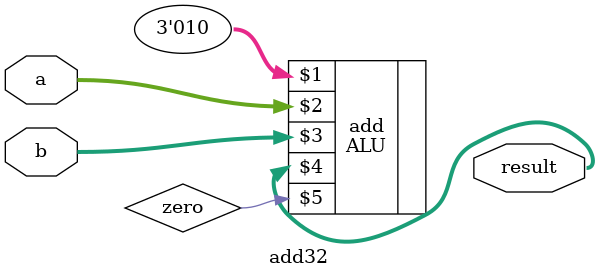
<source format=v>

module add32(a, b, result);
  input [31:0] a, b;
  output [31:0] result;
  wire zero;
  ALU add( 3'b010, a, b, result, zero );
endmodule

</source>
